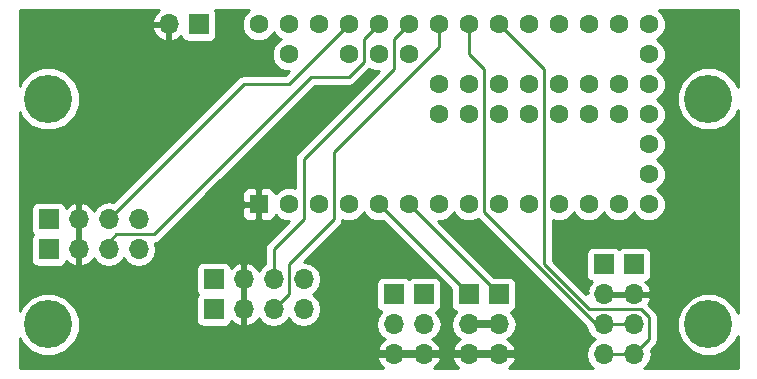
<source format=gbl>
G04 #@! TF.FileFunction,Copper,L2,Bot,Signal*
%FSLAX46Y46*%
G04 Gerber Fmt 4.6, Leading zero omitted, Abs format (unit mm)*
G04 Created by KiCad (PCBNEW 4.0.6) date Wednesday, September 13, 2017 'PMt' 06:10:32 PM*
%MOMM*%
%LPD*%
G01*
G04 APERTURE LIST*
%ADD10C,0.100000*%
%ADD11C,4.064000*%
%ADD12R,1.700000X1.700000*%
%ADD13O,1.700000X1.700000*%
%ADD14C,1.600000*%
%ADD15R,1.600000X1.600000*%
%ADD16C,0.700000*%
%ADD17C,0.250000*%
%ADD18C,0.254000*%
G04 APERTURE END LIST*
D10*
D11*
X53300000Y-53300000D03*
D12*
X53340000Y-63500000D03*
D13*
X55880000Y-63500000D03*
X58420000Y-63500000D03*
X60960000Y-63500000D03*
D12*
X53340000Y-66040000D03*
D13*
X55880000Y-66040000D03*
X58420000Y-66040000D03*
X60960000Y-66040000D03*
D12*
X67310000Y-68580000D03*
D13*
X69850000Y-68580000D03*
X72390000Y-68580000D03*
X74930000Y-68580000D03*
D12*
X67310000Y-71120000D03*
D13*
X69850000Y-71120000D03*
X72390000Y-71120000D03*
X74930000Y-71120000D03*
D12*
X102870000Y-67310000D03*
D13*
X102870000Y-69850000D03*
X102870000Y-72390000D03*
X102870000Y-74930000D03*
D12*
X100330000Y-67310000D03*
D13*
X100330000Y-69850000D03*
X100330000Y-72390000D03*
X100330000Y-74930000D03*
D12*
X66040000Y-46990000D03*
D13*
X63500000Y-46990000D03*
D12*
X88900000Y-69850000D03*
D13*
X88900000Y-72390000D03*
X88900000Y-74930000D03*
D12*
X91440000Y-69850000D03*
D13*
X91440000Y-72390000D03*
X91440000Y-74930000D03*
D14*
X104140000Y-54610000D03*
X104140000Y-52070000D03*
X104140000Y-49530000D03*
X104140000Y-46990000D03*
X104140000Y-57150000D03*
X104140000Y-59690000D03*
X104140000Y-62230000D03*
X101600000Y-46990000D03*
X99060000Y-46990000D03*
X96520000Y-46990000D03*
X93980000Y-46990000D03*
X91440000Y-46990000D03*
X88900000Y-46990000D03*
X86360000Y-46990000D03*
X83820000Y-46990000D03*
X81280000Y-46990000D03*
X78740000Y-46990000D03*
X76200000Y-46990000D03*
X73660000Y-46990000D03*
X71120000Y-46990000D03*
X73660000Y-49530000D03*
X78740000Y-49530000D03*
X81280000Y-49530000D03*
X83820000Y-49530000D03*
X101600000Y-62230000D03*
X99060000Y-62230000D03*
X96520000Y-62230000D03*
X93980000Y-62230000D03*
X91440000Y-62230000D03*
X88900000Y-62230000D03*
X86360000Y-62230000D03*
X83820000Y-62230000D03*
X81280000Y-62230000D03*
X78740000Y-62230000D03*
X76200000Y-62230000D03*
X73660000Y-62230000D03*
D15*
X71120000Y-62230000D03*
D14*
X86360000Y-54610000D03*
X88900000Y-54610000D03*
X91440000Y-54610000D03*
X93980000Y-54610000D03*
X96520000Y-54610000D03*
X99060000Y-54610000D03*
X101600000Y-54610000D03*
X101600000Y-52070000D03*
X99060000Y-52070000D03*
X96520000Y-52070000D03*
X93980000Y-52070000D03*
X91440000Y-52070000D03*
X88900000Y-52070000D03*
X86360000Y-52070000D03*
D11*
X109200000Y-53300000D03*
X53300000Y-72400000D03*
X109200000Y-72400000D03*
D12*
X82550000Y-69850000D03*
D13*
X82550000Y-72390000D03*
X82550000Y-74930000D03*
D12*
X85090000Y-69850000D03*
D13*
X85090000Y-72390000D03*
X85090000Y-74930000D03*
D16*
X80010000Y-74930000D02*
X81280000Y-74930000D01*
X81280000Y-74930000D02*
X82550000Y-74930000D01*
X82550000Y-74930000D02*
X92710000Y-74930000D01*
D17*
X100330000Y-72390000D02*
X102870000Y-72390000D01*
X88900000Y-46990000D02*
X88900000Y-49530000D01*
X90170000Y-62865000D02*
X99695000Y-72390000D01*
X90170000Y-50800000D02*
X90170000Y-62865000D01*
X88900000Y-49530000D02*
X90170000Y-50800000D01*
X99695000Y-72390000D02*
X100330000Y-72390000D01*
X102870000Y-74930000D02*
X100330000Y-74930000D01*
X91440000Y-46990000D02*
X95250000Y-50800000D01*
X104140000Y-73660000D02*
X102870000Y-74930000D01*
X104140000Y-71755000D02*
X104140000Y-73660000D01*
X103505000Y-71120000D02*
X104140000Y-71755000D01*
X99061398Y-71120000D02*
X103505000Y-71120000D01*
X95250000Y-67308602D02*
X99061398Y-71120000D01*
X95250000Y-50800000D02*
X95250000Y-67308602D01*
X88900000Y-69850000D02*
X81280000Y-62230000D01*
D16*
X88900000Y-72390000D02*
X91440000Y-72390000D01*
D17*
X83820000Y-62230000D02*
X91440000Y-69850000D01*
X58420000Y-63500000D02*
X69850000Y-52070000D01*
X73660000Y-52070000D02*
X78740000Y-46990000D01*
X69850000Y-52070000D02*
X73660000Y-52070000D01*
X58420000Y-66040000D02*
X58420000Y-65405000D01*
X58420000Y-65405000D02*
X59055000Y-64770000D01*
X59055000Y-64770000D02*
X62230000Y-64770000D01*
X62230000Y-64770000D02*
X75565000Y-51435000D01*
X75565000Y-51435000D02*
X78740000Y-51435000D01*
X78740000Y-51435000D02*
X80010000Y-50165000D01*
X80010000Y-50165000D02*
X80010000Y-48260000D01*
X80010000Y-48260000D02*
X81280000Y-46990000D01*
X72390000Y-68580000D02*
X72390000Y-66040000D01*
X82550000Y-48260000D02*
X83820000Y-46990000D01*
X82550000Y-50800000D02*
X82550000Y-48260000D01*
X74930000Y-58420000D02*
X82550000Y-50800000D01*
X74930000Y-63500000D02*
X74930000Y-58420000D01*
X72390000Y-66040000D02*
X74930000Y-63500000D01*
X72390000Y-71120000D02*
X73660000Y-69850000D01*
X86360000Y-48895000D02*
X86360000Y-46990000D01*
X77470000Y-57785000D02*
X86360000Y-48895000D01*
X77470000Y-63500000D02*
X77470000Y-57785000D01*
X73660000Y-67310000D02*
X77470000Y-63500000D01*
X73660000Y-69850000D02*
X73660000Y-67310000D01*
D18*
G36*
X62304817Y-46108642D02*
X62058514Y-46633108D01*
X62179181Y-46863000D01*
X63373000Y-46863000D01*
X63373000Y-46843000D01*
X63627000Y-46843000D01*
X63627000Y-46863000D01*
X63647000Y-46863000D01*
X63647000Y-47117000D01*
X63627000Y-47117000D01*
X63627000Y-48310155D01*
X63856890Y-48431476D01*
X64266924Y-48261645D01*
X64569937Y-47985499D01*
X64586838Y-48075317D01*
X64725910Y-48291441D01*
X64938110Y-48436431D01*
X65190000Y-48487440D01*
X66890000Y-48487440D01*
X67125317Y-48443162D01*
X67341441Y-48304090D01*
X67486431Y-48091890D01*
X67537440Y-47840000D01*
X67537440Y-46140000D01*
X67493162Y-45904683D01*
X67422583Y-45795000D01*
X70285918Y-45795000D01*
X69904176Y-46176077D01*
X69685250Y-46703309D01*
X69684752Y-47274187D01*
X69902757Y-47801800D01*
X70306077Y-48205824D01*
X70833309Y-48424750D01*
X71404187Y-48425248D01*
X71931800Y-48207243D01*
X72335824Y-47803923D01*
X72389862Y-47673785D01*
X72442757Y-47801800D01*
X72846077Y-48205824D01*
X72976215Y-48259862D01*
X72848200Y-48312757D01*
X72444176Y-48716077D01*
X72225250Y-49243309D01*
X72224752Y-49814187D01*
X72442757Y-50341800D01*
X72846077Y-50745824D01*
X73373309Y-50964750D01*
X73690172Y-50965026D01*
X73345198Y-51310000D01*
X69850000Y-51310000D01*
X69559161Y-51367852D01*
X69312599Y-51532599D01*
X58786408Y-62058790D01*
X58420000Y-61985907D01*
X57851715Y-62098946D01*
X57369946Y-62420853D01*
X57142298Y-62761553D01*
X57075183Y-62618642D01*
X56646924Y-62228355D01*
X56236890Y-62058524D01*
X56007000Y-62179845D01*
X56007000Y-63373000D01*
X56027000Y-63373000D01*
X56027000Y-63627000D01*
X56007000Y-63627000D01*
X56007000Y-65913000D01*
X56027000Y-65913000D01*
X56027000Y-66167000D01*
X56007000Y-66167000D01*
X56007000Y-67360155D01*
X56236890Y-67481476D01*
X56646924Y-67311645D01*
X57075183Y-66921358D01*
X57142298Y-66778447D01*
X57369946Y-67119147D01*
X57851715Y-67441054D01*
X58420000Y-67554093D01*
X58988285Y-67441054D01*
X59470054Y-67119147D01*
X59690000Y-66789974D01*
X59909946Y-67119147D01*
X60391715Y-67441054D01*
X60960000Y-67554093D01*
X61528285Y-67441054D01*
X62010054Y-67119147D01*
X62331961Y-66637378D01*
X62445000Y-66069093D01*
X62445000Y-66010907D01*
X62344799Y-65507165D01*
X62520839Y-65472148D01*
X62767401Y-65307401D01*
X65559052Y-62515750D01*
X69685000Y-62515750D01*
X69685000Y-63156310D01*
X69781673Y-63389699D01*
X69960302Y-63568327D01*
X70193691Y-63665000D01*
X70834250Y-63665000D01*
X70993000Y-63506250D01*
X70993000Y-62357000D01*
X69843750Y-62357000D01*
X69685000Y-62515750D01*
X65559052Y-62515750D01*
X66771112Y-61303690D01*
X69685000Y-61303690D01*
X69685000Y-61944250D01*
X69843750Y-62103000D01*
X70993000Y-62103000D01*
X70993000Y-60953750D01*
X70834250Y-60795000D01*
X70193691Y-60795000D01*
X69960302Y-60891673D01*
X69781673Y-61070301D01*
X69685000Y-61303690D01*
X66771112Y-61303690D01*
X75879802Y-52195000D01*
X78740000Y-52195000D01*
X79030839Y-52137148D01*
X79277401Y-51972401D01*
X80492858Y-50756944D01*
X80993309Y-50964750D01*
X81310172Y-50965026D01*
X74392599Y-57882599D01*
X74227852Y-58129161D01*
X74170000Y-58420000D01*
X74170000Y-60887976D01*
X73946691Y-60795250D01*
X73375813Y-60794752D01*
X72848200Y-61012757D01*
X72555000Y-61305446D01*
X72555000Y-61303690D01*
X72458327Y-61070301D01*
X72279698Y-60891673D01*
X72046309Y-60795000D01*
X71405750Y-60795000D01*
X71247000Y-60953750D01*
X71247000Y-62103000D01*
X71267000Y-62103000D01*
X71267000Y-62357000D01*
X71247000Y-62357000D01*
X71247000Y-63506250D01*
X71405750Y-63665000D01*
X72046309Y-63665000D01*
X72279698Y-63568327D01*
X72458327Y-63389699D01*
X72555000Y-63156310D01*
X72555000Y-63154239D01*
X72846077Y-63445824D01*
X73373309Y-63664750D01*
X73690172Y-63665026D01*
X71852599Y-65502599D01*
X71687852Y-65749161D01*
X71630000Y-66040000D01*
X71630000Y-67307046D01*
X71339946Y-67500853D01*
X71112298Y-67841553D01*
X71045183Y-67698642D01*
X70616924Y-67308355D01*
X70206890Y-67138524D01*
X69977000Y-67259845D01*
X69977000Y-68453000D01*
X69997000Y-68453000D01*
X69997000Y-68707000D01*
X69977000Y-68707000D01*
X69977000Y-70993000D01*
X69997000Y-70993000D01*
X69997000Y-71247000D01*
X69977000Y-71247000D01*
X69977000Y-72440155D01*
X70206890Y-72561476D01*
X70616924Y-72391645D01*
X71045183Y-72001358D01*
X71112298Y-71858447D01*
X71339946Y-72199147D01*
X71821715Y-72521054D01*
X72390000Y-72634093D01*
X72958285Y-72521054D01*
X73440054Y-72199147D01*
X73660000Y-71869974D01*
X73879946Y-72199147D01*
X74361715Y-72521054D01*
X74930000Y-72634093D01*
X75498285Y-72521054D01*
X75694421Y-72390000D01*
X81035907Y-72390000D01*
X81148946Y-72958285D01*
X81470853Y-73440054D01*
X81811553Y-73667702D01*
X81668642Y-73734817D01*
X81278355Y-74163076D01*
X81108524Y-74573110D01*
X81229845Y-74803000D01*
X82423000Y-74803000D01*
X82423000Y-74783000D01*
X82677000Y-74783000D01*
X82677000Y-74803000D01*
X84963000Y-74803000D01*
X84963000Y-74783000D01*
X85217000Y-74783000D01*
X85217000Y-74803000D01*
X86410155Y-74803000D01*
X86531476Y-74573110D01*
X86361645Y-74163076D01*
X85971358Y-73734817D01*
X85828447Y-73667702D01*
X86169147Y-73440054D01*
X86491054Y-72958285D01*
X86604093Y-72390000D01*
X86491054Y-71821715D01*
X86169147Y-71339946D01*
X86127548Y-71312150D01*
X86175317Y-71303162D01*
X86391441Y-71164090D01*
X86536431Y-70951890D01*
X86587440Y-70700000D01*
X86587440Y-69000000D01*
X86543162Y-68764683D01*
X86404090Y-68548559D01*
X86191890Y-68403569D01*
X85940000Y-68352560D01*
X84240000Y-68352560D01*
X84004683Y-68396838D01*
X83817923Y-68517015D01*
X83651890Y-68403569D01*
X83400000Y-68352560D01*
X81700000Y-68352560D01*
X81464683Y-68396838D01*
X81248559Y-68535910D01*
X81103569Y-68748110D01*
X81052560Y-69000000D01*
X81052560Y-70700000D01*
X81096838Y-70935317D01*
X81235910Y-71151441D01*
X81448110Y-71296431D01*
X81515541Y-71310086D01*
X81470853Y-71339946D01*
X81148946Y-71821715D01*
X81035907Y-72390000D01*
X75694421Y-72390000D01*
X75980054Y-72199147D01*
X76301961Y-71717378D01*
X76415000Y-71149093D01*
X76415000Y-71090907D01*
X76301961Y-70522622D01*
X75980054Y-70040853D01*
X75694422Y-69850000D01*
X75980054Y-69659147D01*
X76301961Y-69177378D01*
X76415000Y-68609093D01*
X76415000Y-68550907D01*
X76301961Y-67982622D01*
X75980054Y-67500853D01*
X75498285Y-67178946D01*
X74970783Y-67074019D01*
X78007401Y-64037401D01*
X78172148Y-63790839D01*
X78216766Y-63566529D01*
X78453309Y-63664750D01*
X79024187Y-63665248D01*
X79551800Y-63447243D01*
X79955824Y-63043923D01*
X80009862Y-62913785D01*
X80062757Y-63041800D01*
X80466077Y-63445824D01*
X80993309Y-63664750D01*
X81564187Y-63665248D01*
X81618149Y-63642951D01*
X87402560Y-69427362D01*
X87402560Y-70700000D01*
X87446838Y-70935317D01*
X87585910Y-71151441D01*
X87798110Y-71296431D01*
X87865541Y-71310086D01*
X87820853Y-71339946D01*
X87498946Y-71821715D01*
X87385907Y-72390000D01*
X87498946Y-72958285D01*
X87820853Y-73440054D01*
X88161553Y-73667702D01*
X88018642Y-73734817D01*
X87628355Y-74163076D01*
X87458524Y-74573110D01*
X87579845Y-74803000D01*
X88773000Y-74803000D01*
X88773000Y-74783000D01*
X89027000Y-74783000D01*
X89027000Y-74803000D01*
X91313000Y-74803000D01*
X91313000Y-74783000D01*
X91567000Y-74783000D01*
X91567000Y-74803000D01*
X92760155Y-74803000D01*
X92881476Y-74573110D01*
X92711645Y-74163076D01*
X92321358Y-73734817D01*
X92178447Y-73667702D01*
X92519147Y-73440054D01*
X92841054Y-72958285D01*
X92954093Y-72390000D01*
X92841054Y-71821715D01*
X92519147Y-71339946D01*
X92477548Y-71312150D01*
X92525317Y-71303162D01*
X92741441Y-71164090D01*
X92886431Y-70951890D01*
X92937440Y-70700000D01*
X92937440Y-69000000D01*
X92893162Y-68764683D01*
X92754090Y-68548559D01*
X92541890Y-68403569D01*
X92290000Y-68352560D01*
X91017362Y-68352560D01*
X86329776Y-63664974D01*
X86644187Y-63665248D01*
X87171800Y-63447243D01*
X87575824Y-63043923D01*
X87629862Y-62913785D01*
X87682757Y-63041800D01*
X88086077Y-63445824D01*
X88613309Y-63664750D01*
X89184187Y-63665248D01*
X89687487Y-63457289D01*
X98864502Y-72634304D01*
X98928946Y-72958285D01*
X99250853Y-73440054D01*
X99580026Y-73660000D01*
X99250853Y-73879946D01*
X98928946Y-74361715D01*
X98815907Y-74930000D01*
X98928946Y-75498285D01*
X99250853Y-75980054D01*
X99467781Y-76125000D01*
X92321525Y-76125000D01*
X92711645Y-75696924D01*
X92881476Y-75286890D01*
X92760155Y-75057000D01*
X91567000Y-75057000D01*
X91567000Y-75077000D01*
X91313000Y-75077000D01*
X91313000Y-75057000D01*
X89027000Y-75057000D01*
X89027000Y-75077000D01*
X88773000Y-75077000D01*
X88773000Y-75057000D01*
X87579845Y-75057000D01*
X87458524Y-75286890D01*
X87628355Y-75696924D01*
X88018475Y-76125000D01*
X85971525Y-76125000D01*
X86361645Y-75696924D01*
X86531476Y-75286890D01*
X86410155Y-75057000D01*
X85217000Y-75057000D01*
X85217000Y-75077000D01*
X84963000Y-75077000D01*
X84963000Y-75057000D01*
X82677000Y-75057000D01*
X82677000Y-75077000D01*
X82423000Y-75077000D01*
X82423000Y-75057000D01*
X81229845Y-75057000D01*
X81108524Y-75286890D01*
X81278355Y-75696924D01*
X81668475Y-76125000D01*
X50875000Y-76125000D01*
X50875000Y-73514975D01*
X51037709Y-73908761D01*
X51787293Y-74659655D01*
X52767173Y-75066536D01*
X53828172Y-75067462D01*
X54808761Y-74662291D01*
X55559655Y-73912707D01*
X55966536Y-72932827D01*
X55967462Y-71871828D01*
X55562291Y-70891239D01*
X54812707Y-70140345D01*
X53832827Y-69733464D01*
X52771828Y-69732538D01*
X51791239Y-70137709D01*
X51040345Y-70887293D01*
X50875000Y-71285489D01*
X50875000Y-67730000D01*
X65812560Y-67730000D01*
X65812560Y-69430000D01*
X65856838Y-69665317D01*
X65977015Y-69852077D01*
X65863569Y-70018110D01*
X65812560Y-70270000D01*
X65812560Y-71970000D01*
X65856838Y-72205317D01*
X65995910Y-72421441D01*
X66208110Y-72566431D01*
X66460000Y-72617440D01*
X68160000Y-72617440D01*
X68395317Y-72573162D01*
X68611441Y-72434090D01*
X68756431Y-72221890D01*
X68778301Y-72113893D01*
X69083076Y-72391645D01*
X69493110Y-72561476D01*
X69723000Y-72440155D01*
X69723000Y-71247000D01*
X69703000Y-71247000D01*
X69703000Y-70993000D01*
X69723000Y-70993000D01*
X69723000Y-68707000D01*
X69703000Y-68707000D01*
X69703000Y-68453000D01*
X69723000Y-68453000D01*
X69723000Y-67259845D01*
X69493110Y-67138524D01*
X69083076Y-67308355D01*
X68780063Y-67584501D01*
X68763162Y-67494683D01*
X68624090Y-67278559D01*
X68411890Y-67133569D01*
X68160000Y-67082560D01*
X66460000Y-67082560D01*
X66224683Y-67126838D01*
X66008559Y-67265910D01*
X65863569Y-67478110D01*
X65812560Y-67730000D01*
X50875000Y-67730000D01*
X50875000Y-62650000D01*
X51842560Y-62650000D01*
X51842560Y-64350000D01*
X51886838Y-64585317D01*
X52007015Y-64772077D01*
X51893569Y-64938110D01*
X51842560Y-65190000D01*
X51842560Y-66890000D01*
X51886838Y-67125317D01*
X52025910Y-67341441D01*
X52238110Y-67486431D01*
X52490000Y-67537440D01*
X54190000Y-67537440D01*
X54425317Y-67493162D01*
X54641441Y-67354090D01*
X54786431Y-67141890D01*
X54808301Y-67033893D01*
X55113076Y-67311645D01*
X55523110Y-67481476D01*
X55753000Y-67360155D01*
X55753000Y-66167000D01*
X55733000Y-66167000D01*
X55733000Y-65913000D01*
X55753000Y-65913000D01*
X55753000Y-63627000D01*
X55733000Y-63627000D01*
X55733000Y-63373000D01*
X55753000Y-63373000D01*
X55753000Y-62179845D01*
X55523110Y-62058524D01*
X55113076Y-62228355D01*
X54810063Y-62504501D01*
X54793162Y-62414683D01*
X54654090Y-62198559D01*
X54441890Y-62053569D01*
X54190000Y-62002560D01*
X52490000Y-62002560D01*
X52254683Y-62046838D01*
X52038559Y-62185910D01*
X51893569Y-62398110D01*
X51842560Y-62650000D01*
X50875000Y-62650000D01*
X50875000Y-54414975D01*
X51037709Y-54808761D01*
X51787293Y-55559655D01*
X52767173Y-55966536D01*
X53828172Y-55967462D01*
X54808761Y-55562291D01*
X55559655Y-54812707D01*
X55966536Y-53832827D01*
X55967462Y-52771828D01*
X55562291Y-51791239D01*
X54812707Y-51040345D01*
X53832827Y-50633464D01*
X52771828Y-50632538D01*
X51791239Y-51037709D01*
X51040345Y-51787293D01*
X50875000Y-52185489D01*
X50875000Y-47346892D01*
X62058514Y-47346892D01*
X62304817Y-47871358D01*
X62733076Y-48261645D01*
X63143110Y-48431476D01*
X63373000Y-48310155D01*
X63373000Y-47117000D01*
X62179181Y-47117000D01*
X62058514Y-47346892D01*
X50875000Y-47346892D01*
X50875000Y-45795000D01*
X62648974Y-45795000D01*
X62304817Y-46108642D01*
X62304817Y-46108642D01*
G37*
X62304817Y-46108642D02*
X62058514Y-46633108D01*
X62179181Y-46863000D01*
X63373000Y-46863000D01*
X63373000Y-46843000D01*
X63627000Y-46843000D01*
X63627000Y-46863000D01*
X63647000Y-46863000D01*
X63647000Y-47117000D01*
X63627000Y-47117000D01*
X63627000Y-48310155D01*
X63856890Y-48431476D01*
X64266924Y-48261645D01*
X64569937Y-47985499D01*
X64586838Y-48075317D01*
X64725910Y-48291441D01*
X64938110Y-48436431D01*
X65190000Y-48487440D01*
X66890000Y-48487440D01*
X67125317Y-48443162D01*
X67341441Y-48304090D01*
X67486431Y-48091890D01*
X67537440Y-47840000D01*
X67537440Y-46140000D01*
X67493162Y-45904683D01*
X67422583Y-45795000D01*
X70285918Y-45795000D01*
X69904176Y-46176077D01*
X69685250Y-46703309D01*
X69684752Y-47274187D01*
X69902757Y-47801800D01*
X70306077Y-48205824D01*
X70833309Y-48424750D01*
X71404187Y-48425248D01*
X71931800Y-48207243D01*
X72335824Y-47803923D01*
X72389862Y-47673785D01*
X72442757Y-47801800D01*
X72846077Y-48205824D01*
X72976215Y-48259862D01*
X72848200Y-48312757D01*
X72444176Y-48716077D01*
X72225250Y-49243309D01*
X72224752Y-49814187D01*
X72442757Y-50341800D01*
X72846077Y-50745824D01*
X73373309Y-50964750D01*
X73690172Y-50965026D01*
X73345198Y-51310000D01*
X69850000Y-51310000D01*
X69559161Y-51367852D01*
X69312599Y-51532599D01*
X58786408Y-62058790D01*
X58420000Y-61985907D01*
X57851715Y-62098946D01*
X57369946Y-62420853D01*
X57142298Y-62761553D01*
X57075183Y-62618642D01*
X56646924Y-62228355D01*
X56236890Y-62058524D01*
X56007000Y-62179845D01*
X56007000Y-63373000D01*
X56027000Y-63373000D01*
X56027000Y-63627000D01*
X56007000Y-63627000D01*
X56007000Y-65913000D01*
X56027000Y-65913000D01*
X56027000Y-66167000D01*
X56007000Y-66167000D01*
X56007000Y-67360155D01*
X56236890Y-67481476D01*
X56646924Y-67311645D01*
X57075183Y-66921358D01*
X57142298Y-66778447D01*
X57369946Y-67119147D01*
X57851715Y-67441054D01*
X58420000Y-67554093D01*
X58988285Y-67441054D01*
X59470054Y-67119147D01*
X59690000Y-66789974D01*
X59909946Y-67119147D01*
X60391715Y-67441054D01*
X60960000Y-67554093D01*
X61528285Y-67441054D01*
X62010054Y-67119147D01*
X62331961Y-66637378D01*
X62445000Y-66069093D01*
X62445000Y-66010907D01*
X62344799Y-65507165D01*
X62520839Y-65472148D01*
X62767401Y-65307401D01*
X65559052Y-62515750D01*
X69685000Y-62515750D01*
X69685000Y-63156310D01*
X69781673Y-63389699D01*
X69960302Y-63568327D01*
X70193691Y-63665000D01*
X70834250Y-63665000D01*
X70993000Y-63506250D01*
X70993000Y-62357000D01*
X69843750Y-62357000D01*
X69685000Y-62515750D01*
X65559052Y-62515750D01*
X66771112Y-61303690D01*
X69685000Y-61303690D01*
X69685000Y-61944250D01*
X69843750Y-62103000D01*
X70993000Y-62103000D01*
X70993000Y-60953750D01*
X70834250Y-60795000D01*
X70193691Y-60795000D01*
X69960302Y-60891673D01*
X69781673Y-61070301D01*
X69685000Y-61303690D01*
X66771112Y-61303690D01*
X75879802Y-52195000D01*
X78740000Y-52195000D01*
X79030839Y-52137148D01*
X79277401Y-51972401D01*
X80492858Y-50756944D01*
X80993309Y-50964750D01*
X81310172Y-50965026D01*
X74392599Y-57882599D01*
X74227852Y-58129161D01*
X74170000Y-58420000D01*
X74170000Y-60887976D01*
X73946691Y-60795250D01*
X73375813Y-60794752D01*
X72848200Y-61012757D01*
X72555000Y-61305446D01*
X72555000Y-61303690D01*
X72458327Y-61070301D01*
X72279698Y-60891673D01*
X72046309Y-60795000D01*
X71405750Y-60795000D01*
X71247000Y-60953750D01*
X71247000Y-62103000D01*
X71267000Y-62103000D01*
X71267000Y-62357000D01*
X71247000Y-62357000D01*
X71247000Y-63506250D01*
X71405750Y-63665000D01*
X72046309Y-63665000D01*
X72279698Y-63568327D01*
X72458327Y-63389699D01*
X72555000Y-63156310D01*
X72555000Y-63154239D01*
X72846077Y-63445824D01*
X73373309Y-63664750D01*
X73690172Y-63665026D01*
X71852599Y-65502599D01*
X71687852Y-65749161D01*
X71630000Y-66040000D01*
X71630000Y-67307046D01*
X71339946Y-67500853D01*
X71112298Y-67841553D01*
X71045183Y-67698642D01*
X70616924Y-67308355D01*
X70206890Y-67138524D01*
X69977000Y-67259845D01*
X69977000Y-68453000D01*
X69997000Y-68453000D01*
X69997000Y-68707000D01*
X69977000Y-68707000D01*
X69977000Y-70993000D01*
X69997000Y-70993000D01*
X69997000Y-71247000D01*
X69977000Y-71247000D01*
X69977000Y-72440155D01*
X70206890Y-72561476D01*
X70616924Y-72391645D01*
X71045183Y-72001358D01*
X71112298Y-71858447D01*
X71339946Y-72199147D01*
X71821715Y-72521054D01*
X72390000Y-72634093D01*
X72958285Y-72521054D01*
X73440054Y-72199147D01*
X73660000Y-71869974D01*
X73879946Y-72199147D01*
X74361715Y-72521054D01*
X74930000Y-72634093D01*
X75498285Y-72521054D01*
X75694421Y-72390000D01*
X81035907Y-72390000D01*
X81148946Y-72958285D01*
X81470853Y-73440054D01*
X81811553Y-73667702D01*
X81668642Y-73734817D01*
X81278355Y-74163076D01*
X81108524Y-74573110D01*
X81229845Y-74803000D01*
X82423000Y-74803000D01*
X82423000Y-74783000D01*
X82677000Y-74783000D01*
X82677000Y-74803000D01*
X84963000Y-74803000D01*
X84963000Y-74783000D01*
X85217000Y-74783000D01*
X85217000Y-74803000D01*
X86410155Y-74803000D01*
X86531476Y-74573110D01*
X86361645Y-74163076D01*
X85971358Y-73734817D01*
X85828447Y-73667702D01*
X86169147Y-73440054D01*
X86491054Y-72958285D01*
X86604093Y-72390000D01*
X86491054Y-71821715D01*
X86169147Y-71339946D01*
X86127548Y-71312150D01*
X86175317Y-71303162D01*
X86391441Y-71164090D01*
X86536431Y-70951890D01*
X86587440Y-70700000D01*
X86587440Y-69000000D01*
X86543162Y-68764683D01*
X86404090Y-68548559D01*
X86191890Y-68403569D01*
X85940000Y-68352560D01*
X84240000Y-68352560D01*
X84004683Y-68396838D01*
X83817923Y-68517015D01*
X83651890Y-68403569D01*
X83400000Y-68352560D01*
X81700000Y-68352560D01*
X81464683Y-68396838D01*
X81248559Y-68535910D01*
X81103569Y-68748110D01*
X81052560Y-69000000D01*
X81052560Y-70700000D01*
X81096838Y-70935317D01*
X81235910Y-71151441D01*
X81448110Y-71296431D01*
X81515541Y-71310086D01*
X81470853Y-71339946D01*
X81148946Y-71821715D01*
X81035907Y-72390000D01*
X75694421Y-72390000D01*
X75980054Y-72199147D01*
X76301961Y-71717378D01*
X76415000Y-71149093D01*
X76415000Y-71090907D01*
X76301961Y-70522622D01*
X75980054Y-70040853D01*
X75694422Y-69850000D01*
X75980054Y-69659147D01*
X76301961Y-69177378D01*
X76415000Y-68609093D01*
X76415000Y-68550907D01*
X76301961Y-67982622D01*
X75980054Y-67500853D01*
X75498285Y-67178946D01*
X74970783Y-67074019D01*
X78007401Y-64037401D01*
X78172148Y-63790839D01*
X78216766Y-63566529D01*
X78453309Y-63664750D01*
X79024187Y-63665248D01*
X79551800Y-63447243D01*
X79955824Y-63043923D01*
X80009862Y-62913785D01*
X80062757Y-63041800D01*
X80466077Y-63445824D01*
X80993309Y-63664750D01*
X81564187Y-63665248D01*
X81618149Y-63642951D01*
X87402560Y-69427362D01*
X87402560Y-70700000D01*
X87446838Y-70935317D01*
X87585910Y-71151441D01*
X87798110Y-71296431D01*
X87865541Y-71310086D01*
X87820853Y-71339946D01*
X87498946Y-71821715D01*
X87385907Y-72390000D01*
X87498946Y-72958285D01*
X87820853Y-73440054D01*
X88161553Y-73667702D01*
X88018642Y-73734817D01*
X87628355Y-74163076D01*
X87458524Y-74573110D01*
X87579845Y-74803000D01*
X88773000Y-74803000D01*
X88773000Y-74783000D01*
X89027000Y-74783000D01*
X89027000Y-74803000D01*
X91313000Y-74803000D01*
X91313000Y-74783000D01*
X91567000Y-74783000D01*
X91567000Y-74803000D01*
X92760155Y-74803000D01*
X92881476Y-74573110D01*
X92711645Y-74163076D01*
X92321358Y-73734817D01*
X92178447Y-73667702D01*
X92519147Y-73440054D01*
X92841054Y-72958285D01*
X92954093Y-72390000D01*
X92841054Y-71821715D01*
X92519147Y-71339946D01*
X92477548Y-71312150D01*
X92525317Y-71303162D01*
X92741441Y-71164090D01*
X92886431Y-70951890D01*
X92937440Y-70700000D01*
X92937440Y-69000000D01*
X92893162Y-68764683D01*
X92754090Y-68548559D01*
X92541890Y-68403569D01*
X92290000Y-68352560D01*
X91017362Y-68352560D01*
X86329776Y-63664974D01*
X86644187Y-63665248D01*
X87171800Y-63447243D01*
X87575824Y-63043923D01*
X87629862Y-62913785D01*
X87682757Y-63041800D01*
X88086077Y-63445824D01*
X88613309Y-63664750D01*
X89184187Y-63665248D01*
X89687487Y-63457289D01*
X98864502Y-72634304D01*
X98928946Y-72958285D01*
X99250853Y-73440054D01*
X99580026Y-73660000D01*
X99250853Y-73879946D01*
X98928946Y-74361715D01*
X98815907Y-74930000D01*
X98928946Y-75498285D01*
X99250853Y-75980054D01*
X99467781Y-76125000D01*
X92321525Y-76125000D01*
X92711645Y-75696924D01*
X92881476Y-75286890D01*
X92760155Y-75057000D01*
X91567000Y-75057000D01*
X91567000Y-75077000D01*
X91313000Y-75077000D01*
X91313000Y-75057000D01*
X89027000Y-75057000D01*
X89027000Y-75077000D01*
X88773000Y-75077000D01*
X88773000Y-75057000D01*
X87579845Y-75057000D01*
X87458524Y-75286890D01*
X87628355Y-75696924D01*
X88018475Y-76125000D01*
X85971525Y-76125000D01*
X86361645Y-75696924D01*
X86531476Y-75286890D01*
X86410155Y-75057000D01*
X85217000Y-75057000D01*
X85217000Y-75077000D01*
X84963000Y-75077000D01*
X84963000Y-75057000D01*
X82677000Y-75057000D01*
X82677000Y-75077000D01*
X82423000Y-75077000D01*
X82423000Y-75057000D01*
X81229845Y-75057000D01*
X81108524Y-75286890D01*
X81278355Y-75696924D01*
X81668475Y-76125000D01*
X50875000Y-76125000D01*
X50875000Y-73514975D01*
X51037709Y-73908761D01*
X51787293Y-74659655D01*
X52767173Y-75066536D01*
X53828172Y-75067462D01*
X54808761Y-74662291D01*
X55559655Y-73912707D01*
X55966536Y-72932827D01*
X55967462Y-71871828D01*
X55562291Y-70891239D01*
X54812707Y-70140345D01*
X53832827Y-69733464D01*
X52771828Y-69732538D01*
X51791239Y-70137709D01*
X51040345Y-70887293D01*
X50875000Y-71285489D01*
X50875000Y-67730000D01*
X65812560Y-67730000D01*
X65812560Y-69430000D01*
X65856838Y-69665317D01*
X65977015Y-69852077D01*
X65863569Y-70018110D01*
X65812560Y-70270000D01*
X65812560Y-71970000D01*
X65856838Y-72205317D01*
X65995910Y-72421441D01*
X66208110Y-72566431D01*
X66460000Y-72617440D01*
X68160000Y-72617440D01*
X68395317Y-72573162D01*
X68611441Y-72434090D01*
X68756431Y-72221890D01*
X68778301Y-72113893D01*
X69083076Y-72391645D01*
X69493110Y-72561476D01*
X69723000Y-72440155D01*
X69723000Y-71247000D01*
X69703000Y-71247000D01*
X69703000Y-70993000D01*
X69723000Y-70993000D01*
X69723000Y-68707000D01*
X69703000Y-68707000D01*
X69703000Y-68453000D01*
X69723000Y-68453000D01*
X69723000Y-67259845D01*
X69493110Y-67138524D01*
X69083076Y-67308355D01*
X68780063Y-67584501D01*
X68763162Y-67494683D01*
X68624090Y-67278559D01*
X68411890Y-67133569D01*
X68160000Y-67082560D01*
X66460000Y-67082560D01*
X66224683Y-67126838D01*
X66008559Y-67265910D01*
X65863569Y-67478110D01*
X65812560Y-67730000D01*
X50875000Y-67730000D01*
X50875000Y-62650000D01*
X51842560Y-62650000D01*
X51842560Y-64350000D01*
X51886838Y-64585317D01*
X52007015Y-64772077D01*
X51893569Y-64938110D01*
X51842560Y-65190000D01*
X51842560Y-66890000D01*
X51886838Y-67125317D01*
X52025910Y-67341441D01*
X52238110Y-67486431D01*
X52490000Y-67537440D01*
X54190000Y-67537440D01*
X54425317Y-67493162D01*
X54641441Y-67354090D01*
X54786431Y-67141890D01*
X54808301Y-67033893D01*
X55113076Y-67311645D01*
X55523110Y-67481476D01*
X55753000Y-67360155D01*
X55753000Y-66167000D01*
X55733000Y-66167000D01*
X55733000Y-65913000D01*
X55753000Y-65913000D01*
X55753000Y-63627000D01*
X55733000Y-63627000D01*
X55733000Y-63373000D01*
X55753000Y-63373000D01*
X55753000Y-62179845D01*
X55523110Y-62058524D01*
X55113076Y-62228355D01*
X54810063Y-62504501D01*
X54793162Y-62414683D01*
X54654090Y-62198559D01*
X54441890Y-62053569D01*
X54190000Y-62002560D01*
X52490000Y-62002560D01*
X52254683Y-62046838D01*
X52038559Y-62185910D01*
X51893569Y-62398110D01*
X51842560Y-62650000D01*
X50875000Y-62650000D01*
X50875000Y-54414975D01*
X51037709Y-54808761D01*
X51787293Y-55559655D01*
X52767173Y-55966536D01*
X53828172Y-55967462D01*
X54808761Y-55562291D01*
X55559655Y-54812707D01*
X55966536Y-53832827D01*
X55967462Y-52771828D01*
X55562291Y-51791239D01*
X54812707Y-51040345D01*
X53832827Y-50633464D01*
X52771828Y-50632538D01*
X51791239Y-51037709D01*
X51040345Y-51787293D01*
X50875000Y-52185489D01*
X50875000Y-47346892D01*
X62058514Y-47346892D01*
X62304817Y-47871358D01*
X62733076Y-48261645D01*
X63143110Y-48431476D01*
X63373000Y-48310155D01*
X63373000Y-47117000D01*
X62179181Y-47117000D01*
X62058514Y-47346892D01*
X50875000Y-47346892D01*
X50875000Y-45795000D01*
X62648974Y-45795000D01*
X62304817Y-46108642D01*
G36*
X111685000Y-52330236D02*
X111462291Y-51791239D01*
X110712707Y-51040345D01*
X109732827Y-50633464D01*
X108671828Y-50632538D01*
X107691239Y-51037709D01*
X106940345Y-51787293D01*
X106533464Y-52767173D01*
X106532538Y-53828172D01*
X106937709Y-54808761D01*
X107687293Y-55559655D01*
X108667173Y-55966536D01*
X109728172Y-55967462D01*
X110708761Y-55562291D01*
X111459655Y-54812707D01*
X111685000Y-54270015D01*
X111685000Y-71430236D01*
X111462291Y-70891239D01*
X110712707Y-70140345D01*
X109732827Y-69733464D01*
X108671828Y-69732538D01*
X107691239Y-70137709D01*
X106940345Y-70887293D01*
X106533464Y-71867173D01*
X106532538Y-72928172D01*
X106937709Y-73908761D01*
X107687293Y-74659655D01*
X108667173Y-75066536D01*
X109728172Y-75067462D01*
X110708761Y-74662291D01*
X111459655Y-73912707D01*
X111685000Y-73370015D01*
X111685000Y-76125000D01*
X103732219Y-76125000D01*
X103949147Y-75980054D01*
X104271054Y-75498285D01*
X104384093Y-74930000D01*
X104311210Y-74563592D01*
X104677401Y-74197401D01*
X104842148Y-73950840D01*
X104900000Y-73660000D01*
X104900000Y-71755000D01*
X104842148Y-71464161D01*
X104677401Y-71217599D01*
X104110691Y-70650889D01*
X104141645Y-70616924D01*
X104311476Y-70206890D01*
X104190155Y-69977000D01*
X102997000Y-69977000D01*
X102997000Y-69997000D01*
X102743000Y-69997000D01*
X102743000Y-69977000D01*
X100457000Y-69977000D01*
X100457000Y-69997000D01*
X100203000Y-69997000D01*
X100203000Y-69977000D01*
X100183000Y-69977000D01*
X100183000Y-69723000D01*
X100203000Y-69723000D01*
X100203000Y-69703000D01*
X100457000Y-69703000D01*
X100457000Y-69723000D01*
X102743000Y-69723000D01*
X102743000Y-69703000D01*
X102997000Y-69703000D01*
X102997000Y-69723000D01*
X104190155Y-69723000D01*
X104311476Y-69493110D01*
X104141645Y-69083076D01*
X103865499Y-68780063D01*
X103955317Y-68763162D01*
X104171441Y-68624090D01*
X104316431Y-68411890D01*
X104367440Y-68160000D01*
X104367440Y-66460000D01*
X104323162Y-66224683D01*
X104184090Y-66008559D01*
X103971890Y-65863569D01*
X103720000Y-65812560D01*
X102020000Y-65812560D01*
X101784683Y-65856838D01*
X101597923Y-65977015D01*
X101431890Y-65863569D01*
X101180000Y-65812560D01*
X99480000Y-65812560D01*
X99244683Y-65856838D01*
X99028559Y-65995910D01*
X98883569Y-66208110D01*
X98832560Y-66460000D01*
X98832560Y-68160000D01*
X98876838Y-68395317D01*
X99015910Y-68611441D01*
X99228110Y-68756431D01*
X99336107Y-68778301D01*
X99058355Y-69083076D01*
X98888524Y-69493110D01*
X99009844Y-69722998D01*
X98845000Y-69722998D01*
X98845000Y-69828800D01*
X96010000Y-66993800D01*
X96010000Y-63572024D01*
X96233309Y-63664750D01*
X96804187Y-63665248D01*
X97331800Y-63447243D01*
X97735824Y-63043923D01*
X97789862Y-62913785D01*
X97842757Y-63041800D01*
X98246077Y-63445824D01*
X98773309Y-63664750D01*
X99344187Y-63665248D01*
X99871800Y-63447243D01*
X100275824Y-63043923D01*
X100329862Y-62913785D01*
X100382757Y-63041800D01*
X100786077Y-63445824D01*
X101313309Y-63664750D01*
X101884187Y-63665248D01*
X102411800Y-63447243D01*
X102815824Y-63043923D01*
X102869862Y-62913785D01*
X102922757Y-63041800D01*
X103326077Y-63445824D01*
X103853309Y-63664750D01*
X104424187Y-63665248D01*
X104951800Y-63447243D01*
X105355824Y-63043923D01*
X105574750Y-62516691D01*
X105575248Y-61945813D01*
X105357243Y-61418200D01*
X104953923Y-61014176D01*
X104823785Y-60960138D01*
X104951800Y-60907243D01*
X105355824Y-60503923D01*
X105574750Y-59976691D01*
X105575248Y-59405813D01*
X105357243Y-58878200D01*
X104953923Y-58474176D01*
X104823785Y-58420138D01*
X104951800Y-58367243D01*
X105355824Y-57963923D01*
X105574750Y-57436691D01*
X105575248Y-56865813D01*
X105357243Y-56338200D01*
X104953923Y-55934176D01*
X104823785Y-55880138D01*
X104951800Y-55827243D01*
X105355824Y-55423923D01*
X105574750Y-54896691D01*
X105575248Y-54325813D01*
X105357243Y-53798200D01*
X104953923Y-53394176D01*
X104823785Y-53340138D01*
X104951800Y-53287243D01*
X105355824Y-52883923D01*
X105574750Y-52356691D01*
X105575248Y-51785813D01*
X105357243Y-51258200D01*
X104953923Y-50854176D01*
X104823785Y-50800138D01*
X104951800Y-50747243D01*
X105355824Y-50343923D01*
X105574750Y-49816691D01*
X105575248Y-49245813D01*
X105357243Y-48718200D01*
X104953923Y-48314176D01*
X104823785Y-48260138D01*
X104951800Y-48207243D01*
X105355824Y-47803923D01*
X105574750Y-47276691D01*
X105575248Y-46705813D01*
X105357243Y-46178200D01*
X104974711Y-45795000D01*
X111685000Y-45795000D01*
X111685000Y-52330236D01*
X111685000Y-52330236D01*
G37*
X111685000Y-52330236D02*
X111462291Y-51791239D01*
X110712707Y-51040345D01*
X109732827Y-50633464D01*
X108671828Y-50632538D01*
X107691239Y-51037709D01*
X106940345Y-51787293D01*
X106533464Y-52767173D01*
X106532538Y-53828172D01*
X106937709Y-54808761D01*
X107687293Y-55559655D01*
X108667173Y-55966536D01*
X109728172Y-55967462D01*
X110708761Y-55562291D01*
X111459655Y-54812707D01*
X111685000Y-54270015D01*
X111685000Y-71430236D01*
X111462291Y-70891239D01*
X110712707Y-70140345D01*
X109732827Y-69733464D01*
X108671828Y-69732538D01*
X107691239Y-70137709D01*
X106940345Y-70887293D01*
X106533464Y-71867173D01*
X106532538Y-72928172D01*
X106937709Y-73908761D01*
X107687293Y-74659655D01*
X108667173Y-75066536D01*
X109728172Y-75067462D01*
X110708761Y-74662291D01*
X111459655Y-73912707D01*
X111685000Y-73370015D01*
X111685000Y-76125000D01*
X103732219Y-76125000D01*
X103949147Y-75980054D01*
X104271054Y-75498285D01*
X104384093Y-74930000D01*
X104311210Y-74563592D01*
X104677401Y-74197401D01*
X104842148Y-73950840D01*
X104900000Y-73660000D01*
X104900000Y-71755000D01*
X104842148Y-71464161D01*
X104677401Y-71217599D01*
X104110691Y-70650889D01*
X104141645Y-70616924D01*
X104311476Y-70206890D01*
X104190155Y-69977000D01*
X102997000Y-69977000D01*
X102997000Y-69997000D01*
X102743000Y-69997000D01*
X102743000Y-69977000D01*
X100457000Y-69977000D01*
X100457000Y-69997000D01*
X100203000Y-69997000D01*
X100203000Y-69977000D01*
X100183000Y-69977000D01*
X100183000Y-69723000D01*
X100203000Y-69723000D01*
X100203000Y-69703000D01*
X100457000Y-69703000D01*
X100457000Y-69723000D01*
X102743000Y-69723000D01*
X102743000Y-69703000D01*
X102997000Y-69703000D01*
X102997000Y-69723000D01*
X104190155Y-69723000D01*
X104311476Y-69493110D01*
X104141645Y-69083076D01*
X103865499Y-68780063D01*
X103955317Y-68763162D01*
X104171441Y-68624090D01*
X104316431Y-68411890D01*
X104367440Y-68160000D01*
X104367440Y-66460000D01*
X104323162Y-66224683D01*
X104184090Y-66008559D01*
X103971890Y-65863569D01*
X103720000Y-65812560D01*
X102020000Y-65812560D01*
X101784683Y-65856838D01*
X101597923Y-65977015D01*
X101431890Y-65863569D01*
X101180000Y-65812560D01*
X99480000Y-65812560D01*
X99244683Y-65856838D01*
X99028559Y-65995910D01*
X98883569Y-66208110D01*
X98832560Y-66460000D01*
X98832560Y-68160000D01*
X98876838Y-68395317D01*
X99015910Y-68611441D01*
X99228110Y-68756431D01*
X99336107Y-68778301D01*
X99058355Y-69083076D01*
X98888524Y-69493110D01*
X99009844Y-69722998D01*
X98845000Y-69722998D01*
X98845000Y-69828800D01*
X96010000Y-66993800D01*
X96010000Y-63572024D01*
X96233309Y-63664750D01*
X96804187Y-63665248D01*
X97331800Y-63447243D01*
X97735824Y-63043923D01*
X97789862Y-62913785D01*
X97842757Y-63041800D01*
X98246077Y-63445824D01*
X98773309Y-63664750D01*
X99344187Y-63665248D01*
X99871800Y-63447243D01*
X100275824Y-63043923D01*
X100329862Y-62913785D01*
X100382757Y-63041800D01*
X100786077Y-63445824D01*
X101313309Y-63664750D01*
X101884187Y-63665248D01*
X102411800Y-63447243D01*
X102815824Y-63043923D01*
X102869862Y-62913785D01*
X102922757Y-63041800D01*
X103326077Y-63445824D01*
X103853309Y-63664750D01*
X104424187Y-63665248D01*
X104951800Y-63447243D01*
X105355824Y-63043923D01*
X105574750Y-62516691D01*
X105575248Y-61945813D01*
X105357243Y-61418200D01*
X104953923Y-61014176D01*
X104823785Y-60960138D01*
X104951800Y-60907243D01*
X105355824Y-60503923D01*
X105574750Y-59976691D01*
X105575248Y-59405813D01*
X105357243Y-58878200D01*
X104953923Y-58474176D01*
X104823785Y-58420138D01*
X104951800Y-58367243D01*
X105355824Y-57963923D01*
X105574750Y-57436691D01*
X105575248Y-56865813D01*
X105357243Y-56338200D01*
X104953923Y-55934176D01*
X104823785Y-55880138D01*
X104951800Y-55827243D01*
X105355824Y-55423923D01*
X105574750Y-54896691D01*
X105575248Y-54325813D01*
X105357243Y-53798200D01*
X104953923Y-53394176D01*
X104823785Y-53340138D01*
X104951800Y-53287243D01*
X105355824Y-52883923D01*
X105574750Y-52356691D01*
X105575248Y-51785813D01*
X105357243Y-51258200D01*
X104953923Y-50854176D01*
X104823785Y-50800138D01*
X104951800Y-50747243D01*
X105355824Y-50343923D01*
X105574750Y-49816691D01*
X105575248Y-49245813D01*
X105357243Y-48718200D01*
X104953923Y-48314176D01*
X104823785Y-48260138D01*
X104951800Y-48207243D01*
X105355824Y-47803923D01*
X105574750Y-47276691D01*
X105575248Y-46705813D01*
X105357243Y-46178200D01*
X104974711Y-45795000D01*
X111685000Y-45795000D01*
X111685000Y-52330236D01*
M02*

</source>
